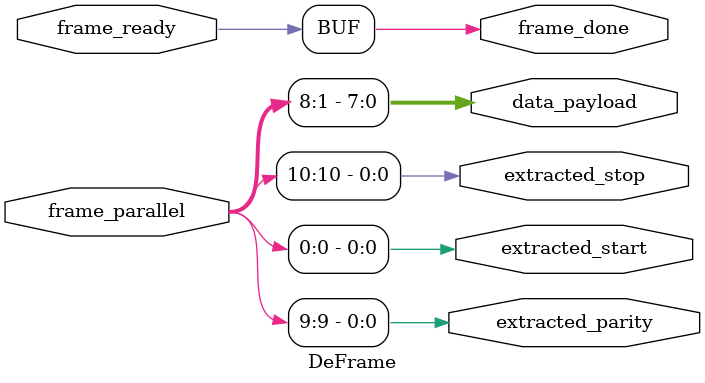
<source format=v>
module DeFrame (
    input wire  [10:0]  frame_parallel,  // Full frame from the SIPO unit
    input wire          frame_ready,     // Indicates the frame is ready for processing

    output reg          extracted_parity, // The parity bit separated from the data frame
    output reg          extracted_start,  // The Start bit separated from the data frame
    output reg          extracted_stop,   // The Stop bit separated from the data frame
    output reg          frame_done,       // Indicates that the frame has been processed
    output reg  [7:0]   data_payload      // The 8-bit data separated from the frame
);

    // Extracting frame components
    always @(*) begin
        extracted_start  = frame_parallel[0];         // Start bit (LSB)
        data_payload     = frame_parallel[8:1];      // Data payload (8 bits)
        extracted_parity = frame_parallel[9];        // Parity bit
        extracted_stop   = frame_parallel[10];       // Stop bit (MSB)
        frame_done       = frame_ready;             // Pass the ready signal
    end

endmodule

</source>
